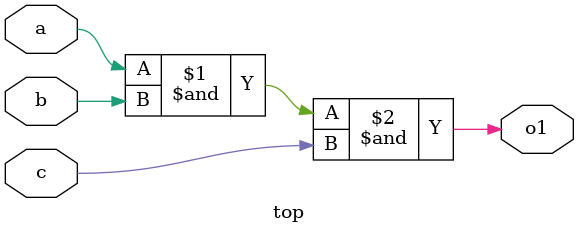
<source format=v>
module top (a, b, c, o1);
input a, b, c;
output o1;
wire a, b, c, o1;
and g1 (o1, a, b, c);
endmodule
</source>
